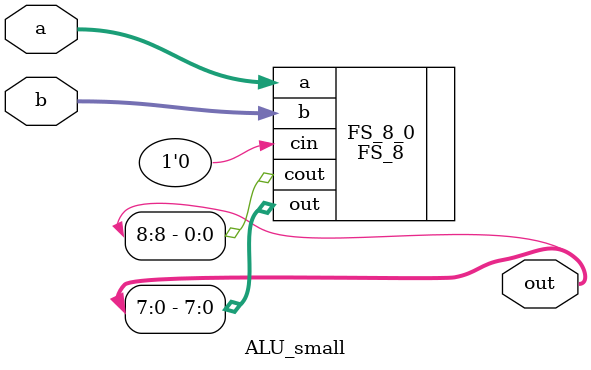
<source format=v>
module ALU_small(
	a,
	b,
	out
);

parameter DATA_WIDTH = 8;

input [DATA_WIDTH - 1:0] a;
input [DATA_WIDTH - 1:0] b;
output [DATA_WIDTH:0] out;

wire tmp;

FS_8 FS_8_0(.a(a), .b(b), .out(out[DATA_WIDTH - 1:0]), .cin(1'b0), .cout(out[DATA_WIDTH]));
endmodule
</source>
